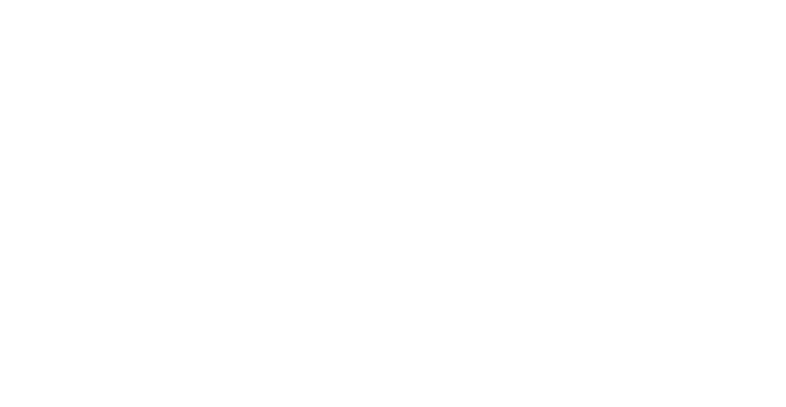
<source format=gbr>
%TF.GenerationSoftware,Altium Limited,Altium Designer,22.6.1 (34)*%
G04 Layer_Color=0*
%FSLAX45Y45*%
%MOMM*%
%TF.SameCoordinates,07F994AE-BB1C-4BEA-A643-928B9DFDCC76*%
%TF.FilePolarity,Positive*%
%TF.FileFunction,Plated,5,6,Blind,Drill*%
%TF.Part,Single*%
G01*
G75*
%TA.AperFunction,ViaDrill,NotFilled*%
%ADD189C,0.12500*%
D189*
X4127500Y2424375D02*
D03*
X4078750D02*
D03*
X4013750Y2473125D02*
D03*
Y2513750D02*
D03*
X5810000Y2080000D02*
D03*
X1160000Y1305000D02*
D03*
X1165000Y1445000D02*
D03*
X1230000Y1150000D02*
D03*
X1130000D02*
D03*
X1885000Y2535000D02*
D03*
X1720000Y2575000D02*
D03*
X5670000Y1770000D02*
D03*
X5550000Y2240000D02*
D03*
X5607799Y2207799D02*
D03*
X7290000Y950000D02*
D03*
X7458613Y888613D02*
D03*
X5310000Y2260000D02*
D03*
X5280000Y2130000D02*
D03*
X5270000Y1800000D02*
D03*
X5710478Y4116250D02*
D03*
X5670000Y3780000D02*
D03*
X1160000Y1515000D02*
D03*
X1690000Y1170000D02*
D03*
X1590000D02*
D03*
X1290000Y2265000D02*
D03*
X1390000D02*
D03*
X1145000Y2160000D02*
D03*
Y2050000D02*
D03*
Y1950000D02*
D03*
X1160000Y2295000D02*
D03*
X5200000Y4160000D02*
D03*
X2370000Y1830000D02*
D03*
Y1700000D02*
D03*
Y1570000D02*
D03*
X4950000Y3870000D02*
D03*
X1880000Y2290000D02*
D03*
X2180000Y1190000D02*
D03*
X5610000Y3110000D02*
D03*
X5260000Y3880000D02*
D03*
X1779999Y2285000D02*
D03*
X1679999D02*
D03*
X1579999D02*
D03*
%TF.MD5,01840b6fde382942ee8af535fa661eed*%
M02*

</source>
